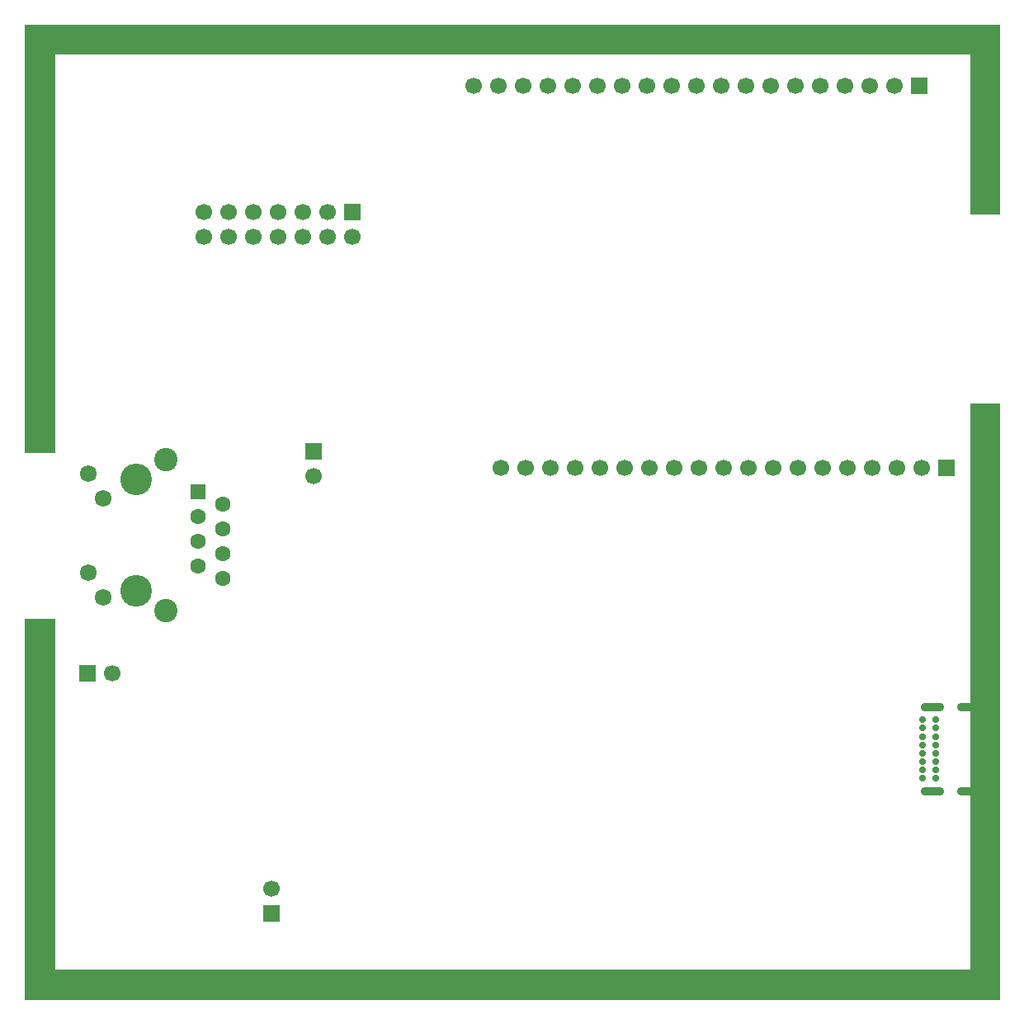
<source format=gbr>
%TF.GenerationSoftware,KiCad,Pcbnew,9.0.4*%
%TF.CreationDate,2025-10-22T11:27:05-07:00*%
%TF.ProjectId,EthernetBoardv1.1,45746865-726e-4657-9442-6f6172647631,rev?*%
%TF.SameCoordinates,Original*%
%TF.FileFunction,Soldermask,Bot*%
%TF.FilePolarity,Negative*%
%FSLAX46Y46*%
G04 Gerber Fmt 4.6, Leading zero omitted, Abs format (unit mm)*
G04 Created by KiCad (PCBNEW 9.0.4) date 2025-10-22 11:27:05*
%MOMM*%
%LPD*%
G01*
G04 APERTURE LIST*
G04 Aperture macros list*
%AMRoundRect*
0 Rectangle with rounded corners*
0 $1 Rounding radius*
0 $2 $3 $4 $5 $6 $7 $8 $9 X,Y pos of 4 corners*
0 Add a 4 corners polygon primitive as box body*
4,1,4,$2,$3,$4,$5,$6,$7,$8,$9,$2,$3,0*
0 Add four circle primitives for the rounded corners*
1,1,$1+$1,$2,$3*
1,1,$1+$1,$4,$5*
1,1,$1+$1,$6,$7*
1,1,$1+$1,$8,$9*
0 Add four rect primitives between the rounded corners*
20,1,$1+$1,$2,$3,$4,$5,0*
20,1,$1+$1,$4,$5,$6,$7,0*
20,1,$1+$1,$6,$7,$8,$9,0*
20,1,$1+$1,$8,$9,$2,$3,0*%
G04 Aperture macros list end*
%ADD10C,0.100000*%
%ADD11C,0.700000*%
%ADD12O,2.400000X0.900000*%
%ADD13O,1.700000X0.900000*%
%ADD14C,3.250000*%
%ADD15RoundRect,0.248000X0.552000X-0.552000X0.552000X0.552000X-0.552000X0.552000X-0.552000X-0.552000X0*%
%ADD16C,1.600000*%
%ADD17C,1.720000*%
%ADD18C,2.400000*%
%ADD19R,1.700000X1.700000*%
%ADD20C,1.700000*%
G04 APERTURE END LIST*
D10*
X158000000Y-141000000D02*
X58000000Y-141000000D01*
X58000000Y-102000000D01*
X61000000Y-102000000D01*
X61000000Y-138000000D01*
X155000000Y-138000000D01*
X155000000Y-79900000D01*
X158000000Y-79900000D01*
X158000000Y-141000000D01*
G36*
X158000000Y-141000000D02*
G01*
X58000000Y-141000000D01*
X58000000Y-102000000D01*
X61000000Y-102000000D01*
X61000000Y-138000000D01*
X155000000Y-138000000D01*
X155000000Y-79900000D01*
X158000000Y-79900000D01*
X158000000Y-141000000D01*
G37*
X158000000Y-60400000D02*
X155000000Y-60400000D01*
X155000000Y-44000000D01*
X61000000Y-44000000D01*
X61000000Y-84900000D01*
X58000000Y-84900000D01*
X58000000Y-41000000D01*
X158000000Y-41000000D01*
X158000000Y-60400000D01*
G36*
X158000000Y-60400000D02*
G01*
X155000000Y-60400000D01*
X155000000Y-44000000D01*
X61000000Y-44000000D01*
X61000000Y-84900000D01*
X58000000Y-84900000D01*
X58000000Y-41000000D01*
X158000000Y-41000000D01*
X158000000Y-60400000D01*
G37*
D11*
%TO.C,J5*%
X150140000Y-118300000D03*
X150140000Y-117450000D03*
X150140000Y-116600000D03*
X150140000Y-115750000D03*
X150140000Y-114900000D03*
X150140000Y-114050000D03*
X150140000Y-113200000D03*
X150140000Y-112350000D03*
X151490000Y-112350000D03*
X151490000Y-113200000D03*
X151490000Y-114050000D03*
X151490000Y-114900000D03*
X151490000Y-115750000D03*
X151490000Y-116600000D03*
X151490000Y-117450000D03*
X151490000Y-118300000D03*
D12*
X151120000Y-119650000D03*
D13*
X154500000Y-119650000D03*
D12*
X151120000Y-111000000D03*
D13*
X154500000Y-111000000D03*
%TD*%
D14*
%TO.C,J1*%
X69400000Y-87700000D03*
X69400000Y-99130000D03*
D15*
X75750000Y-88970000D03*
D16*
X78290000Y-90240000D03*
X75750000Y-91510000D03*
X78290000Y-92780000D03*
X75750000Y-94050000D03*
X78290000Y-95320000D03*
X75750000Y-96590000D03*
X78290000Y-97860000D03*
D17*
X64500000Y-87090000D03*
X66020000Y-89630000D03*
X64500000Y-97200000D03*
X66020000Y-99740000D03*
D18*
X72450000Y-85670000D03*
X72450000Y-101160000D03*
%TD*%
D19*
%TO.C,J7*%
X87600000Y-84800000D03*
D20*
X87600000Y-87340000D03*
%TD*%
D19*
%TO.C,J4*%
X91640000Y-60200000D03*
D20*
X91640000Y-62740000D03*
X89100000Y-60200000D03*
X89100000Y-62740000D03*
X86560000Y-60200000D03*
X86560000Y-62740000D03*
X84020000Y-60200000D03*
X84020000Y-62740000D03*
X81480000Y-60200000D03*
X81480000Y-62740000D03*
X78940000Y-60200000D03*
X78940000Y-62740000D03*
X76400000Y-60200000D03*
X76400000Y-62740000D03*
%TD*%
D19*
%TO.C,J9*%
X64425000Y-107600000D03*
D20*
X66965000Y-107600000D03*
%TD*%
D19*
%TO.C,J3*%
X152580000Y-86500000D03*
D20*
X150040000Y-86500000D03*
X147500000Y-86500000D03*
X144960000Y-86500000D03*
X142420000Y-86500000D03*
X139880000Y-86500000D03*
X137340000Y-86500000D03*
X134800000Y-86500000D03*
X132260000Y-86500000D03*
X129720000Y-86500000D03*
X127180000Y-86500000D03*
X124640000Y-86500000D03*
X122100000Y-86500000D03*
X119560000Y-86500000D03*
X117020000Y-86500000D03*
X114480000Y-86500000D03*
X111940000Y-86500000D03*
X109400000Y-86500000D03*
X106860000Y-86500000D03*
%TD*%
D19*
%TO.C,J2*%
X149740000Y-47300000D03*
D20*
X147200000Y-47300000D03*
X144660000Y-47300000D03*
X142120000Y-47300000D03*
X139580000Y-47300000D03*
X137040000Y-47300000D03*
X134500000Y-47300000D03*
X131960000Y-47300000D03*
X129420000Y-47300000D03*
X126880000Y-47300000D03*
X124340000Y-47300000D03*
X121800000Y-47300000D03*
X119260000Y-47300000D03*
X116720000Y-47300000D03*
X114180000Y-47300000D03*
X111640000Y-47300000D03*
X109100000Y-47300000D03*
X106560000Y-47300000D03*
X104020000Y-47300000D03*
%TD*%
D19*
%TO.C,J6*%
X83300000Y-132175000D03*
D20*
X83300000Y-129635000D03*
%TD*%
M02*

</source>
